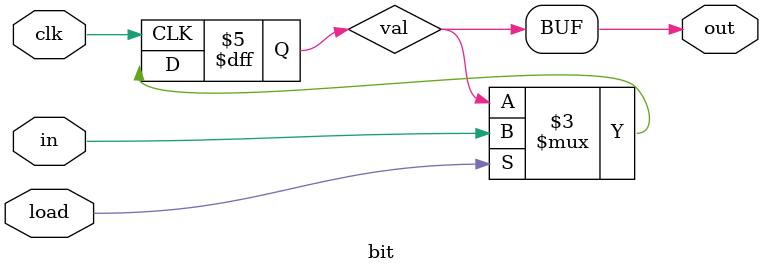
<source format=v>
`default_nettype none

module bit(
    input wire clk,
    input wire in,
    input wire load, // 1 -> write
    output wire out
);
    reg val;

    always @(posedge clk) begin
        if (load == 1'b1) begin
            val <= in;
        end
    end

    assign out = val;
endmodule

`default_nettype wire

</source>
